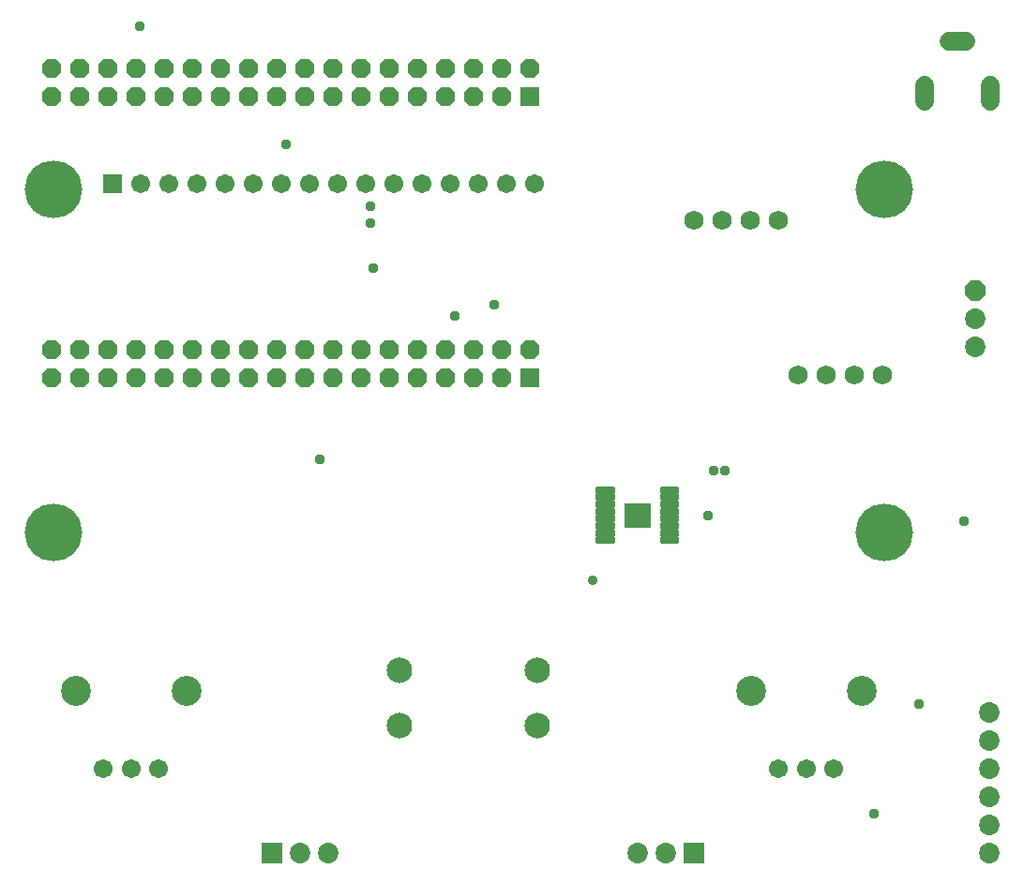
<source format=gbr>
G04 EAGLE Gerber RS-274X export*
G75*
%MOMM*%
%FSLAX34Y34*%
%LPD*%
%INSoldermask Bottom*%
%IPPOS*%
%AMOC8*
5,1,8,0,0,1.08239X$1,22.5*%
G01*
%ADD10R,1.727200X1.727200*%
%ADD11P,1.869504X8X202.500000*%
%ADD12C,1.711200*%
%ADD13C,1.727200*%
%ADD14C,1.854200*%
%ADD15R,2.460000X2.310000*%
%ADD16C,0.313534*%
%ADD17R,1.711200X1.711200*%
%ADD18C,1.711200*%
%ADD19C,5.203200*%
%ADD20C,2.703200*%
%ADD21P,2.006968X8X202.500000*%
%ADD22R,1.854200X1.854200*%
%ADD23C,2.303200*%
%ADD24C,0.959600*%
%ADD25C,0.914400*%


D10*
X563200Y467100D03*
D11*
X563200Y492500D03*
X537800Y467100D03*
X537800Y492500D03*
X512400Y467100D03*
X512400Y492500D03*
X487000Y467100D03*
X487000Y492500D03*
X461600Y467100D03*
X461600Y492500D03*
X436200Y467100D03*
X436200Y492500D03*
X410800Y467100D03*
X410800Y492500D03*
X385400Y467100D03*
X385400Y492500D03*
X360000Y467100D03*
X360000Y492500D03*
X334600Y467100D03*
X334600Y492500D03*
X309200Y467100D03*
X309200Y492500D03*
X283800Y467100D03*
X283800Y492500D03*
X258400Y467100D03*
X258400Y492500D03*
X233000Y467100D03*
X233000Y492500D03*
X207600Y467100D03*
X207600Y492500D03*
X182200Y467100D03*
X182200Y492500D03*
X156800Y467100D03*
X156800Y492500D03*
X131400Y467100D03*
X131400Y492500D03*
D10*
X563200Y721100D03*
D11*
X563200Y746500D03*
X537800Y721100D03*
X537800Y746500D03*
X512400Y721100D03*
X512400Y746500D03*
X487000Y721100D03*
X487000Y746500D03*
X461600Y721100D03*
X461600Y746500D03*
X436200Y721100D03*
X436200Y746500D03*
X410800Y721100D03*
X410800Y746500D03*
X385400Y721100D03*
X385400Y746500D03*
X360000Y721100D03*
X360000Y746500D03*
X334600Y721100D03*
X334600Y746500D03*
X309200Y721100D03*
X309200Y746500D03*
X283800Y721100D03*
X283800Y746500D03*
X258400Y721100D03*
X258400Y746500D03*
X233000Y721100D03*
X233000Y746500D03*
X207600Y721100D03*
X207600Y746500D03*
X182200Y721100D03*
X182200Y746500D03*
X156800Y721100D03*
X156800Y746500D03*
X131400Y721100D03*
X131400Y746500D03*
D12*
X979400Y731440D02*
X979400Y716360D01*
X919400Y716360D02*
X919400Y731440D01*
X941860Y770900D02*
X956940Y770900D01*
D13*
X787400Y609600D03*
X762000Y609600D03*
X736600Y609600D03*
X711200Y609600D03*
X881380Y469900D03*
X855980Y469900D03*
X830580Y469900D03*
X805180Y469900D03*
D14*
X977900Y165100D03*
X977900Y139700D03*
X977900Y114300D03*
X977900Y88900D03*
X977900Y63500D03*
X977900Y38100D03*
D15*
X660400Y342900D03*
D16*
X638349Y318451D02*
X624451Y318451D01*
X624451Y321849D01*
X638349Y321849D01*
X638349Y318451D01*
X638349Y321429D02*
X624451Y321429D01*
X624451Y324951D02*
X638349Y324951D01*
X624451Y324951D02*
X624451Y328349D01*
X638349Y328349D01*
X638349Y324951D01*
X638349Y327929D02*
X624451Y327929D01*
X624451Y331451D02*
X638349Y331451D01*
X624451Y331451D02*
X624451Y334849D01*
X638349Y334849D01*
X638349Y331451D01*
X638349Y334429D02*
X624451Y334429D01*
X624451Y337951D02*
X638349Y337951D01*
X624451Y337951D02*
X624451Y341349D01*
X638349Y341349D01*
X638349Y337951D01*
X638349Y340929D02*
X624451Y340929D01*
X624451Y344451D02*
X638349Y344451D01*
X624451Y344451D02*
X624451Y347849D01*
X638349Y347849D01*
X638349Y344451D01*
X638349Y347429D02*
X624451Y347429D01*
X624451Y350951D02*
X638349Y350951D01*
X624451Y350951D02*
X624451Y354349D01*
X638349Y354349D01*
X638349Y350951D01*
X638349Y353929D02*
X624451Y353929D01*
X624451Y357451D02*
X638349Y357451D01*
X624451Y357451D02*
X624451Y360849D01*
X638349Y360849D01*
X638349Y357451D01*
X638349Y360429D02*
X624451Y360429D01*
X624451Y363951D02*
X638349Y363951D01*
X624451Y363951D02*
X624451Y367349D01*
X638349Y367349D01*
X638349Y363951D01*
X638349Y366929D02*
X624451Y366929D01*
X682451Y363951D02*
X696349Y363951D01*
X682451Y363951D02*
X682451Y367349D01*
X696349Y367349D01*
X696349Y363951D01*
X696349Y366929D02*
X682451Y366929D01*
X682451Y357451D02*
X696349Y357451D01*
X682451Y357451D02*
X682451Y360849D01*
X696349Y360849D01*
X696349Y357451D01*
X696349Y360429D02*
X682451Y360429D01*
X682451Y350951D02*
X696349Y350951D01*
X682451Y350951D02*
X682451Y354349D01*
X696349Y354349D01*
X696349Y350951D01*
X696349Y353929D02*
X682451Y353929D01*
X682451Y344451D02*
X696349Y344451D01*
X682451Y344451D02*
X682451Y347849D01*
X696349Y347849D01*
X696349Y344451D01*
X696349Y347429D02*
X682451Y347429D01*
X682451Y337951D02*
X696349Y337951D01*
X682451Y337951D02*
X682451Y341349D01*
X696349Y341349D01*
X696349Y337951D01*
X696349Y340929D02*
X682451Y340929D01*
X682451Y331451D02*
X696349Y331451D01*
X682451Y331451D02*
X682451Y334849D01*
X696349Y334849D01*
X696349Y331451D01*
X696349Y334429D02*
X682451Y334429D01*
X682451Y324951D02*
X696349Y324951D01*
X682451Y324951D02*
X682451Y328349D01*
X696349Y328349D01*
X696349Y324951D01*
X696349Y327929D02*
X682451Y327929D01*
X682451Y318451D02*
X696349Y318451D01*
X682451Y318451D02*
X682451Y321849D01*
X696349Y321849D01*
X696349Y318451D01*
X696349Y321429D02*
X682451Y321429D01*
D17*
X186600Y642600D03*
D18*
X212000Y642600D03*
X237400Y642600D03*
X262800Y642600D03*
X288200Y642600D03*
X313600Y642600D03*
X339000Y642600D03*
X364400Y642600D03*
X389800Y642600D03*
X415200Y642600D03*
X440600Y642600D03*
X466000Y642600D03*
X491400Y642600D03*
X516800Y642600D03*
X542200Y642600D03*
X567600Y642600D03*
D19*
X883000Y637600D03*
X133000Y637600D03*
X133000Y327600D03*
X883000Y327600D03*
D18*
X787800Y114300D03*
X812800Y114300D03*
X837800Y114300D03*
D20*
X762800Y184300D03*
X862800Y184300D03*
D21*
X965200Y546100D03*
D14*
X965200Y520700D03*
X965200Y495300D03*
D22*
X711200Y38100D03*
D14*
X685800Y38100D03*
X660400Y38100D03*
D22*
X330200Y38100D03*
D14*
X355600Y38100D03*
X381000Y38100D03*
D18*
X178200Y114300D03*
X203200Y114300D03*
X228200Y114300D03*
D20*
X153200Y184300D03*
X253200Y184300D03*
D23*
X570500Y202800D03*
X570500Y152800D03*
X445500Y152800D03*
X445500Y202800D03*
D24*
X723900Y342900D03*
X210820Y784860D03*
X873760Y73660D03*
X955040Y337820D03*
X914400Y172720D03*
D25*
X619760Y284480D03*
D24*
X530860Y533400D03*
X495300Y523240D03*
X373380Y393700D03*
X419100Y622300D03*
X419100Y607060D03*
X421640Y566420D03*
X342900Y678180D03*
X728980Y383540D03*
X739140Y383540D03*
M02*

</source>
